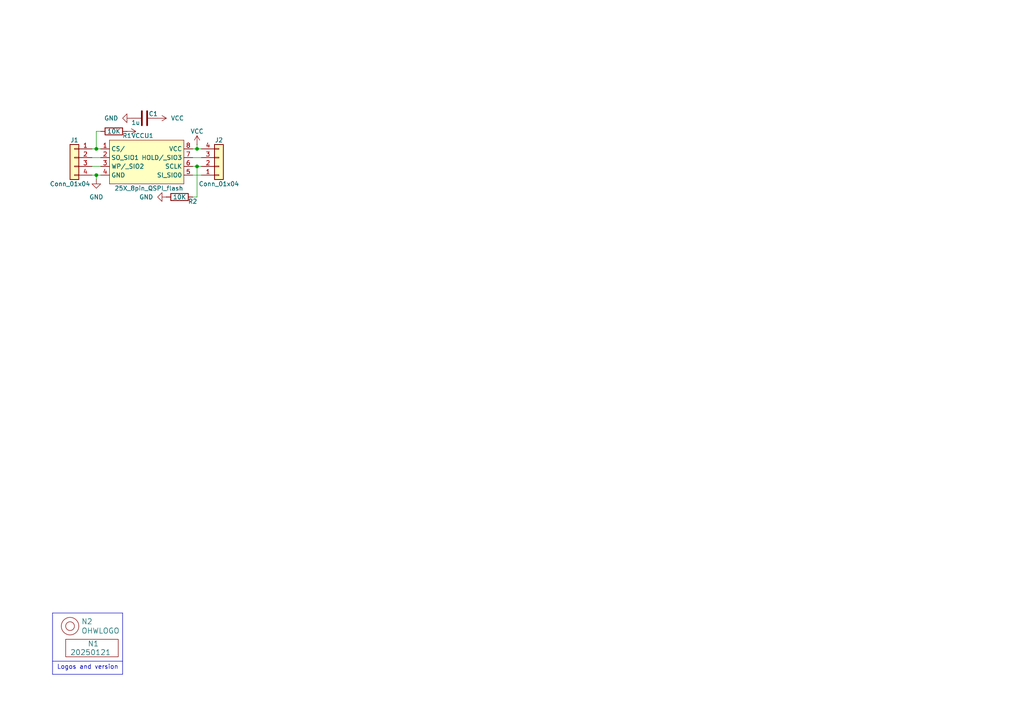
<source format=kicad_sch>
(kicad_sch (version 20231120) (generator "eeschema") (generator_version "8.0")
  (paper "A4")
  (lib_symbols
    (symbol "Connector_Generic:Conn_01x04" (pin_names (offset 1.016) hide)
      (property "Reference" "J" (at 0 5.08 0))
      (property "Value" "Conn_01x04" (at 0 -7.62 0))
      (symbol "Conn_01x04_1_1"
        (rectangle (start -1.27 -4.953) (end 0 -5.207) (stroke (width 0.1524)))
        (rectangle (start -1.27 -2.413) (end 0 -2.667) (stroke (width 0.1524)))
        (rectangle (start -1.27 0.127) (end 0 -0.127) (stroke (width 0.1524)))
        (rectangle (start -1.27 2.667) (end 0 2.413) (stroke (width 0.1524)))
        (rectangle (start -1.27 3.81) (end 1.27 -6.35) (stroke (width 0.254)) (fill (type background)))
        (pin passive line (at -5.08 2.54 0) (length 3.81) (name "Pin_1") (number "1"))
        (pin passive line (at -5.08 0 0) (length 3.81) (name "Pin_2") (number "2"))
        (pin passive line (at -5.08 -2.54 0) (length 3.81) (name "Pin_3") (number "3"))
        (pin passive line (at -5.08 -5.08 0) (length 3.81) (name "Pin_4") (number "4"))
      )
    )
    (symbol "Device:C" (pin_numbers hide) (pin_names (offset 0.254))
      (property "Reference" "C" (at 0.635 2.54 0))
      (property "Value" "C" (at 0.635 -2.54 0))
      (symbol "C_0_1"
        (polyline (pts (xy -2.032 -0.762) (xy 2.032 -0.762)) (stroke (width 0.508)))
        (polyline (pts (xy -2.032 0.762) (xy 2.032 0.762)) (stroke (width 0.508)))
      )
      (symbol "C_1_1"
        (pin passive line (at 0 3.81 270) (length 2.794) (name "~") (number "1"))
        (pin passive line (at 0 -3.81 90) (length 2.794) (name "~") (number "2"))
      )
    )
    (symbol "Device:R" (pin_numbers hide) (pin_names (offset 0))
      (property "Reference" "R" (at 2.032 0 90))
      (property "Value" "R" (at 0 0 90))
      (symbol "R_0_1"
        (rectangle (start -1.016 -2.54) (end 1.016 2.54) (stroke (width 0.254)))
      )
      (symbol "R_1_1"
        (pin passive line (at 0 3.81 270) (length 1.27) (name "~") (number "1"))
        (pin passive line (at 0 -3.81 90) (length 1.27) (name "~") (number "2"))
      )
    )
    (symbol "SquantorGenericDigital:25X_8pin_QSPI_flash"
      (property "Reference" "U" (at 0 7.62 0))
      (property "Value" "25X_8pin_QSPI_flash" (at 0 -7.62 0))
      (symbol "25X_8pin_QSPI_flash_0_1"
        (rectangle (start -11.43 6.35) (end 10.16 -6.35) (fill (type background)))
      )
      (symbol "25X_8pin_QSPI_flash_1_1"
        (pin input line (at -13.97 3.81 0) (length 2.54) (name "CS/") (number "1"))
        (pin bidirectional line (at -13.97 1.27 0) (length 2.54) (name "SO_SIO1") (number "2"))
        (pin bidirectional line (at -13.97 -1.27 0) (length 2.54) (name "WP/_SIO2") (number "3"))
        (pin power_in line (at -13.97 -3.81 0) (length 2.54) (name "GND") (number "4"))
        (pin bidirectional line (at 12.7 -3.81 180) (length 2.54) (name "SI_SIO0") (number "5"))
        (pin input line (at 12.7 -1.27 180) (length 2.54) (name "SCLK") (number "6"))
        (pin bidirectional line (at 12.7 1.27 180) (length 2.54) (name "HOLD/_SIO3") (number "7"))
        (pin power_in line (at 12.7 3.81 180) (length 2.54) (name "VCC") (number "8"))
      )
    )
    (symbol "SquantorLabels:OHWLOGO" (pin_names (offset 1.016))
      (property "Reference" "N" (at 0 3.81 0))
      (property "Value" "OHWLOGO" (at 0 -3.81 0))
      (symbol "OHWLOGO_0_1"
        (circle (center 0 0) (radius 1.27))
        (circle (center 0 0) (radius 2.54))
      )
    )
    (symbol "SquantorLabels:VYYYYMMDD" (pin_names (offset 1.016))
      (property "Reference" "N" (at 0 2.54 0))
      (property "Value" "VYYYYMMDD" (at 0 0 0))
      (symbol "VYYYYMMDD_0_1"
        (rectangle (start 7.62 -1.27) (end -7.62 3.81))
      )
    )
    (symbol "power:GND" (power) (pin_numbers hide) (pin_names (offset 0) hide)
      (property "Value" "GND" (at 0 -3.81 0))
      (symbol "GND_0_1"
        (polyline (pts (xy 0 0) (xy 0 -1.27) (xy 1.27 -1.27) (xy 0 -2.54) (xy -1.27 -1.27) (xy 0 -1.27)))
      )
      (symbol "GND_1_1"
        (pin power_in line (at 0 0 270) (length 0) (name "~") (number "1"))
      )
    )
    (symbol "power:VCC" (power) (pin_numbers hide) (pin_names (offset 0) hide)
      (property "Value" "VCC" (at 0 3.556 0))
      (symbol "VCC_0_1"
        (polyline (pts (xy -0.762 1.27) (xy 0 2.54)))
        (polyline (pts (xy 0 0) (xy 0 2.54)))
        (polyline (pts (xy 0 2.54) (xy 0.762 1.27)))
      )
      (symbol "VCC_1_1"
        (pin power_in line (at 0 0 90) (length 0) (name "~") (number "1"))
      )
    )
  )
  (junction (at 27.94 43.18))
  (junction (at 57.15 48.26))
  (junction (at 27.94 50.8))
  (junction (at 57.15 43.18))
  (wire (pts (xy 55.88 48.26) (xy 57.15 48.26)))
  (wire (pts (xy 27.94 43.18) (xy 29.21 43.18)))
  (wire (pts (xy 26.67 48.26) (xy 29.21 48.26)))
  (polyline (pts (xy 15.24 177.8) (xy 15.24 195.58)))
  (polyline (pts (xy 35.56 177.8) (xy 15.24 177.8)))
  (wire (pts (xy 55.88 50.8) (xy 58.42 50.8)))
  (wire (pts (xy 57.15 43.18) (xy 58.42 43.18)))
  (wire (pts (xy 26.67 43.18) (xy 27.94 43.18)))
  (wire (pts (xy 27.94 38.1) (xy 27.94 43.18)))
  (wire (pts (xy 57.15 48.26) (xy 57.15 57.15)))
  (wire (pts (xy 57.15 41.91) (xy 57.15 43.18)))
  (wire (pts (xy 27.94 50.8) (xy 27.94 52.07)))
  (wire (pts (xy 27.94 38.1) (xy 29.21 38.1)))
  (polyline (pts (xy 35.56 195.58) (xy 35.56 177.8)))
  (polyline (pts (xy 15.24 195.58) (xy 35.56 195.58)))
  (wire (pts (xy 57.15 48.26) (xy 58.42 48.26)))
  (wire (pts (xy 27.94 50.8) (xy 29.21 50.8)))
  (wire (pts (xy 55.88 43.18) (xy 57.15 43.18)))
  (wire (pts (xy 57.15 57.15) (xy 55.88 57.15)))
  (wire (pts (xy 26.67 45.72) (xy 29.21 45.72)))
  (wire (pts (xy 26.67 50.8) (xy 27.94 50.8)))
  (wire (pts (xy 55.88 45.72) (xy 58.42 45.72)))
  (polyline (pts (xy 15.24 191.77) (xy 35.56 191.77)))
  (text "Logos and version" (at 16.51 194.31 0) (effects (font (size 1.27 1.27)) (justify left bottom)))
  (symbol (lib_id "SquantorLabels:VYYYYMMDD") (at 26.67 189.23 0) (unit 1)
    (property "Reference" "N1" (at 25.4 186.69 0) (effects (font (size 1.524 1.524)) (justify left)))
    (property "Value" "20250121" (at 20.32 189.23 0) (effects (font (size 1.524 1.524)) (justify left)))
    (property "Footprint" "SquantorLabels:Label_Generic" (effects (hide yes)))
  )
  (symbol (lib_id "SquantorLabels:OHWLOGO") (at 20.32 181.61 0) (unit 1)
    (property "Reference" "N2" (at 23.5712 180.2638 0) (effects (font (size 1.524 1.524)) (justify left)))
    (property "Value" "OHWLOGO" (at 23.5712 182.9562 0) (effects (font (size 1.524 1.524)) (justify left)))
    (property "Footprint" "Symbol:OSHW-Symbol_6.7x6mm_SilkScreen" (effects (hide yes)))
  )
  (symbol (lib_id "Device:R") (at 52.07 57.15 90) (unit 1)
    (property "Reference" "R2" (at 55.88 58.42 90))
    (property "Value" "10K" (at 52.07 57.15 90))
    (property "Footprint" "SquantorResistor:R_0603_hand" (effects (hide yes)))
    (property "Description" "Resistor" (effects (hide yes)))
  )
  (symbol (lib_id "Connector_Generic:Conn_01x04") (at 63.5 48.26 0) (mirror x) (unit 1)
    (property "Reference" "J2" (at 63.5 40.64 0))
    (property "Value" "Conn_01x04" (at 63.5 53.34 0))
    (property "Footprint" "SquantorConnectors:Header-0254-1X04-H010" (effects (hide yes)))
    (property "Description" "Generic connector, single row, 01x04, script generated (kicad-library-utils/schlib/autogen/connector/)" (effects (hide yes)))
  )
  (symbol (lib_id "power:GND") (at 48.26 57.15 270) (unit 1)
    (property "Reference" "#PWR06" (effects (hide yes)))
    (property "Value" "GND" (at 44.45 57.1499 90) (effects (justify right)))
    (property "Description" "Power symbol creates a global label with name \"GND\" , ground" (effects (hide yes)))
  )
  (symbol (lib_id "power:VCC") (at 57.15 41.91 0) (unit 1)
    (property "Reference" "#PWR02" (effects (hide yes)))
    (property "Value" "VCC" (at 57.15 38.1 0))
    (property "Description" "Power symbol creates a global label with name \"VCC\"" (effects (hide yes)))
  )
  (symbol (lib_id "power:GND") (at 38.1 34.29 270) (unit 1)
    (property "Reference" "#PWR03" (effects (hide yes)))
    (property "Value" "GND" (at 34.29 34.2899 90) (effects (justify right)))
    (property "Description" "Power symbol creates a global label with name \"GND\" , ground" (effects (hide yes)))
  )
  (symbol (lib_id "power:GND") (at 27.94 52.07 0) (unit 1)
    (property "Reference" "#PWR01" (effects (hide yes)))
    (property "Value" "GND" (at 27.94 57.15 0))
    (property "Description" "Power symbol creates a global label with name \"GND\" , ground" (effects (hide yes)))
  )
  (symbol (lib_id "SquantorGenericDigital:25X_8pin_QSPI_flash") (at 43.18 46.99 0) (unit 1)
    (property "Reference" "U1" (at 43.18 39.37 0))
    (property "Value" "25X_8pin_QSPI_flash" (at 43.18 54.61 0))
    (property "Footprint" "SquantorIC:SOIC-8_dual_wide" (effects (hide yes)))
    (property "Description" "QSPI flash generic" (effects (hide yes)))
  )
  (symbol (lib_id "Device:C") (at 41.91 34.29 90) (unit 1)
    (property "Reference" "C1" (at 44.45 33.02 90))
    (property "Value" "1u" (at 39.37 35.56 90))
    (property "Footprint" "SquantorCapacitor:C_0603" (effects (hide yes)))
    (property "Description" "Unpolarized capacitor" (effects (hide yes)))
  )
  (symbol (lib_id "power:VCC") (at 36.83 38.1 270) (unit 1)
    (property "Reference" "#PWR05" (effects (hide yes)))
    (property "Value" "VCC" (at 38.1 39.37 90) (effects (justify left)))
    (property "Description" "Power symbol creates a global label with name \"VCC\"" (effects (hide yes)))
  )
  (symbol (lib_id "Device:R") (at 33.02 38.1 90) (unit 1)
    (property "Reference" "R1" (at 36.83 39.37 90))
    (property "Value" "10K" (at 33.02 38.1 90))
    (property "Footprint" "SquantorResistor:R_0603_hand" (effects (hide yes)))
    (property "Description" "Resistor" (effects (hide yes)))
  )
  (symbol (lib_id "Connector_Generic:Conn_01x04") (at 21.59 45.72 0) (mirror y) (unit 1)
    (property "Reference" "J1" (at 21.59 40.64 0))
    (property "Value" "Conn_01x04" (at 20.32 53.34 0))
    (property "Footprint" "SquantorConnectors:Header-0254-1X04-H010" (effects (hide yes)))
    (property "Description" "Generic connector, single row, 01x04, script generated (kicad-library-utils/schlib/autogen/connector/)" (effects (hide yes)))
  )
  (symbol (lib_id "power:VCC") (at 45.72 34.29 270) (unit 1)
    (property "Reference" "#PWR04" (effects (hide yes)))
    (property "Value" "VCC" (at 49.53 34.2899 90) (effects (justify left)))
    (property "Description" "Power symbol creates a global label with name \"VCC\"" (effects (hide yes)))
  )
)
</source>
